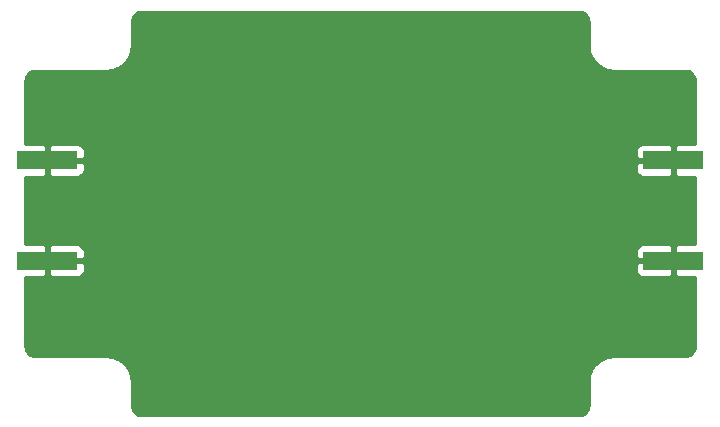
<source format=gbl>
G04 #@! TF.GenerationSoftware,KiCad,Pcbnew,(5.1.0)-1*
G04 #@! TF.CreationDate,2019-05-10T18:53:53+02:00*
G04 #@! TF.ProjectId,30mhzLP,33306d68-7a4c-4502-9e6b-696361645f70,rev?*
G04 #@! TF.SameCoordinates,Original*
G04 #@! TF.FileFunction,Copper,L2,Bot*
G04 #@! TF.FilePolarity,Positive*
%FSLAX46Y46*%
G04 Gerber Fmt 4.6, Leading zero omitted, Abs format (unit mm)*
G04 Created by KiCad (PCBNEW (5.1.0)-1) date 2019-05-10 18:53:53*
%MOMM*%
%LPD*%
G04 APERTURE LIST*
%ADD10R,5.080000X1.500000*%
%ADD11C,0.800000*%
%ADD12C,0.254000*%
G04 APERTURE END LIST*
D10*
X171500000Y-108250000D03*
X171500000Y-116750000D03*
X118500000Y-116750000D03*
X118500000Y-108250000D03*
D11*
X162000000Y-97000000D03*
X164000000Y-101000000D03*
X168000000Y-102000000D03*
X172000000Y-102000000D03*
X172000000Y-106000000D03*
X169000000Y-106000000D03*
X167000000Y-108000000D03*
X167000000Y-111000000D03*
X164000000Y-111000000D03*
X164000000Y-114000000D03*
X167000000Y-114000000D03*
X167000000Y-117000000D03*
X169000000Y-119000000D03*
X172000000Y-119000000D03*
X172000000Y-123000000D03*
X166000000Y-123000000D03*
X163000000Y-125000000D03*
X163000000Y-129000000D03*
X159000000Y-129000000D03*
X155000000Y-129000000D03*
X151000000Y-129000000D03*
X147000000Y-129000000D03*
X143000000Y-129000000D03*
X139000000Y-129000000D03*
X135000000Y-129000000D03*
X131000000Y-129000000D03*
X127000000Y-129000000D03*
X126000000Y-126000000D03*
X124000000Y-124000000D03*
X120000000Y-124000000D03*
X117000000Y-123000000D03*
X117000000Y-119000000D03*
X120000000Y-119000000D03*
X123000000Y-117000000D03*
X123000000Y-114000000D03*
X126000000Y-114000000D03*
X126000000Y-111000000D03*
X123000000Y-111000000D03*
X123000000Y-108000000D03*
X120000000Y-106000000D03*
X117000000Y-106000000D03*
X117000000Y-102000000D03*
X120000000Y-101000000D03*
X124000000Y-101000000D03*
X126000000Y-99000000D03*
X127000000Y-96000000D03*
X131000000Y-96000000D03*
X135000000Y-96000000D03*
X139000000Y-96000000D03*
X143000000Y-96000000D03*
X147000000Y-96000000D03*
X151000000Y-96000000D03*
X155000000Y-96000000D03*
X159000000Y-96000000D03*
X151000000Y-111000000D03*
X145000000Y-115500000D03*
X138000000Y-111000000D03*
X117000000Y-115000000D03*
X120000000Y-115000000D03*
X120000000Y-110000000D03*
X117000000Y-110000000D03*
X170000000Y-110000000D03*
X173000000Y-110000000D03*
X173000000Y-115000000D03*
X170000000Y-115000000D03*
D12*
G36*
X163662540Y-95679102D02*
G01*
X163818894Y-95726308D01*
X163963096Y-95802982D01*
X164089663Y-95906207D01*
X164193769Y-96032051D01*
X164271447Y-96175711D01*
X164319742Y-96331729D01*
X164340000Y-96524473D01*
X164340001Y-98532419D01*
X164342818Y-98561018D01*
X164342753Y-98570288D01*
X164343652Y-98579460D01*
X164374252Y-98870605D01*
X164386283Y-98929217D01*
X164397489Y-98987963D01*
X164400153Y-98996784D01*
X164486721Y-99276440D01*
X164509899Y-99331578D01*
X164532311Y-99387050D01*
X164536638Y-99395186D01*
X164675877Y-99652702D01*
X164709304Y-99702259D01*
X164742080Y-99752347D01*
X164747905Y-99759488D01*
X164934510Y-99985056D01*
X164976965Y-100027215D01*
X165018809Y-100069945D01*
X165025909Y-100075819D01*
X165252773Y-100260845D01*
X165302566Y-100293927D01*
X165351955Y-100327745D01*
X165360061Y-100332127D01*
X165618542Y-100469564D01*
X165673836Y-100492355D01*
X165728829Y-100515925D01*
X165737632Y-100518650D01*
X166017887Y-100603264D01*
X166076564Y-100614882D01*
X166135079Y-100627320D01*
X166144242Y-100628283D01*
X166144244Y-100628283D01*
X166435596Y-100656850D01*
X166435598Y-100656850D01*
X166467581Y-100660000D01*
X172467723Y-100660000D01*
X172662540Y-100679102D01*
X172818894Y-100726308D01*
X172963096Y-100802982D01*
X173089663Y-100906207D01*
X173193769Y-101032051D01*
X173271447Y-101175711D01*
X173319742Y-101331729D01*
X173340000Y-101524473D01*
X173340000Y-106862882D01*
X171785750Y-106865000D01*
X171627000Y-107023750D01*
X171627000Y-108123000D01*
X173340000Y-108123000D01*
X173340000Y-108377000D01*
X171627000Y-108377000D01*
X171627000Y-109476250D01*
X171785750Y-109635000D01*
X173340000Y-109637118D01*
X173340001Y-115362882D01*
X171785750Y-115365000D01*
X171627000Y-115523750D01*
X171627000Y-116623000D01*
X173340001Y-116623000D01*
X173340001Y-116877000D01*
X171627000Y-116877000D01*
X171627000Y-117976250D01*
X171785750Y-118135000D01*
X173340001Y-118137118D01*
X173340001Y-123967712D01*
X173320898Y-124162540D01*
X173273692Y-124318895D01*
X173197018Y-124463096D01*
X173093792Y-124589664D01*
X172967951Y-124693768D01*
X172824289Y-124771447D01*
X172668271Y-124819742D01*
X172475527Y-124840000D01*
X166467581Y-124840000D01*
X166438972Y-124842818D01*
X166429712Y-124842753D01*
X166420541Y-124843652D01*
X166129395Y-124874252D01*
X166070753Y-124886290D01*
X166012037Y-124897490D01*
X166003216Y-124900153D01*
X165723560Y-124986721D01*
X165668422Y-125009899D01*
X165612950Y-125032311D01*
X165604819Y-125036635D01*
X165604815Y-125036637D01*
X165604814Y-125036638D01*
X165347298Y-125175877D01*
X165297749Y-125209299D01*
X165247653Y-125242080D01*
X165240512Y-125247905D01*
X165014945Y-125434510D01*
X164972804Y-125476946D01*
X164930055Y-125518809D01*
X164924181Y-125525909D01*
X164739155Y-125752773D01*
X164706055Y-125802592D01*
X164672256Y-125851955D01*
X164667873Y-125860061D01*
X164530436Y-126118542D01*
X164507645Y-126173836D01*
X164484075Y-126228829D01*
X164481350Y-126237632D01*
X164396736Y-126517886D01*
X164385116Y-126576571D01*
X164372680Y-126635079D01*
X164371717Y-126644244D01*
X164343150Y-126935596D01*
X164343150Y-126935608D01*
X164340001Y-126967581D01*
X164340000Y-128967722D01*
X164320898Y-129162540D01*
X164273692Y-129318895D01*
X164197018Y-129463096D01*
X164093792Y-129589664D01*
X163967951Y-129693768D01*
X163824289Y-129771447D01*
X163668271Y-129819742D01*
X163475527Y-129840000D01*
X126532277Y-129840000D01*
X126337460Y-129820898D01*
X126181105Y-129773692D01*
X126036904Y-129697018D01*
X125910336Y-129593792D01*
X125806232Y-129467951D01*
X125728553Y-129324289D01*
X125680258Y-129168271D01*
X125660000Y-128975527D01*
X125660000Y-126967581D01*
X125657182Y-126938972D01*
X125657247Y-126929712D01*
X125656348Y-126920541D01*
X125625748Y-126629395D01*
X125613710Y-126570753D01*
X125602510Y-126512037D01*
X125599847Y-126503216D01*
X125513279Y-126223560D01*
X125490101Y-126168422D01*
X125467689Y-126112950D01*
X125463362Y-126104814D01*
X125324123Y-125847298D01*
X125290701Y-125797749D01*
X125257920Y-125747653D01*
X125252095Y-125740512D01*
X125065490Y-125514945D01*
X125023054Y-125472804D01*
X124981191Y-125430055D01*
X124974091Y-125424181D01*
X124747227Y-125239155D01*
X124697408Y-125206055D01*
X124648045Y-125172256D01*
X124639939Y-125167873D01*
X124381458Y-125030436D01*
X124326164Y-125007645D01*
X124271171Y-124984075D01*
X124262368Y-124981350D01*
X123982114Y-124896736D01*
X123923429Y-124885116D01*
X123864921Y-124872680D01*
X123855758Y-124871717D01*
X123855756Y-124871717D01*
X123564404Y-124843150D01*
X123564402Y-124843150D01*
X123532419Y-124840000D01*
X117532277Y-124840000D01*
X117337460Y-124820898D01*
X117181105Y-124773692D01*
X117036904Y-124697018D01*
X116910336Y-124593792D01*
X116806232Y-124467951D01*
X116728553Y-124324289D01*
X116680258Y-124168271D01*
X116660000Y-123975527D01*
X116660000Y-118137118D01*
X118214250Y-118135000D01*
X118373000Y-117976250D01*
X118373000Y-116877000D01*
X118627000Y-116877000D01*
X118627000Y-117976250D01*
X118785750Y-118135000D01*
X121040000Y-118138072D01*
X121164482Y-118125812D01*
X121284180Y-118089502D01*
X121394494Y-118030537D01*
X121491185Y-117951185D01*
X121570537Y-117854494D01*
X121629502Y-117744180D01*
X121665812Y-117624482D01*
X121678072Y-117500000D01*
X168321928Y-117500000D01*
X168334188Y-117624482D01*
X168370498Y-117744180D01*
X168429463Y-117854494D01*
X168508815Y-117951185D01*
X168605506Y-118030537D01*
X168715820Y-118089502D01*
X168835518Y-118125812D01*
X168960000Y-118138072D01*
X171214250Y-118135000D01*
X171373000Y-117976250D01*
X171373000Y-116877000D01*
X168483750Y-116877000D01*
X168325000Y-117035750D01*
X168321928Y-117500000D01*
X121678072Y-117500000D01*
X121675000Y-117035750D01*
X121516250Y-116877000D01*
X118627000Y-116877000D01*
X118373000Y-116877000D01*
X116660000Y-116877000D01*
X116660000Y-116623000D01*
X118373000Y-116623000D01*
X118373000Y-115523750D01*
X118627000Y-115523750D01*
X118627000Y-116623000D01*
X121516250Y-116623000D01*
X121675000Y-116464250D01*
X121678072Y-116000000D01*
X168321928Y-116000000D01*
X168325000Y-116464250D01*
X168483750Y-116623000D01*
X171373000Y-116623000D01*
X171373000Y-115523750D01*
X171214250Y-115365000D01*
X168960000Y-115361928D01*
X168835518Y-115374188D01*
X168715820Y-115410498D01*
X168605506Y-115469463D01*
X168508815Y-115548815D01*
X168429463Y-115645506D01*
X168370498Y-115755820D01*
X168334188Y-115875518D01*
X168321928Y-116000000D01*
X121678072Y-116000000D01*
X121665812Y-115875518D01*
X121629502Y-115755820D01*
X121570537Y-115645506D01*
X121491185Y-115548815D01*
X121394494Y-115469463D01*
X121284180Y-115410498D01*
X121164482Y-115374188D01*
X121040000Y-115361928D01*
X118785750Y-115365000D01*
X118627000Y-115523750D01*
X118373000Y-115523750D01*
X118214250Y-115365000D01*
X116660000Y-115362882D01*
X116660000Y-109637118D01*
X118214250Y-109635000D01*
X118373000Y-109476250D01*
X118373000Y-108377000D01*
X118627000Y-108377000D01*
X118627000Y-109476250D01*
X118785750Y-109635000D01*
X121040000Y-109638072D01*
X121164482Y-109625812D01*
X121284180Y-109589502D01*
X121394494Y-109530537D01*
X121491185Y-109451185D01*
X121570537Y-109354494D01*
X121629502Y-109244180D01*
X121665812Y-109124482D01*
X121678072Y-109000000D01*
X168321928Y-109000000D01*
X168334188Y-109124482D01*
X168370498Y-109244180D01*
X168429463Y-109354494D01*
X168508815Y-109451185D01*
X168605506Y-109530537D01*
X168715820Y-109589502D01*
X168835518Y-109625812D01*
X168960000Y-109638072D01*
X171214250Y-109635000D01*
X171373000Y-109476250D01*
X171373000Y-108377000D01*
X168483750Y-108377000D01*
X168325000Y-108535750D01*
X168321928Y-109000000D01*
X121678072Y-109000000D01*
X121675000Y-108535750D01*
X121516250Y-108377000D01*
X118627000Y-108377000D01*
X118373000Y-108377000D01*
X116660000Y-108377000D01*
X116660000Y-108123000D01*
X118373000Y-108123000D01*
X118373000Y-107023750D01*
X118627000Y-107023750D01*
X118627000Y-108123000D01*
X121516250Y-108123000D01*
X121675000Y-107964250D01*
X121678072Y-107500000D01*
X168321928Y-107500000D01*
X168325000Y-107964250D01*
X168483750Y-108123000D01*
X171373000Y-108123000D01*
X171373000Y-107023750D01*
X171214250Y-106865000D01*
X168960000Y-106861928D01*
X168835518Y-106874188D01*
X168715820Y-106910498D01*
X168605506Y-106969463D01*
X168508815Y-107048815D01*
X168429463Y-107145506D01*
X168370498Y-107255820D01*
X168334188Y-107375518D01*
X168321928Y-107500000D01*
X121678072Y-107500000D01*
X121665812Y-107375518D01*
X121629502Y-107255820D01*
X121570537Y-107145506D01*
X121491185Y-107048815D01*
X121394494Y-106969463D01*
X121284180Y-106910498D01*
X121164482Y-106874188D01*
X121040000Y-106861928D01*
X118785750Y-106865000D01*
X118627000Y-107023750D01*
X118373000Y-107023750D01*
X118214250Y-106865000D01*
X116660000Y-106862882D01*
X116660000Y-101532277D01*
X116679102Y-101337460D01*
X116726308Y-101181106D01*
X116802982Y-101036904D01*
X116906207Y-100910337D01*
X117032051Y-100806231D01*
X117175711Y-100728553D01*
X117331729Y-100680258D01*
X117524473Y-100660000D01*
X123532419Y-100660000D01*
X123561028Y-100657182D01*
X123570288Y-100657247D01*
X123579460Y-100656348D01*
X123870605Y-100625748D01*
X123929217Y-100613717D01*
X123987963Y-100602511D01*
X123996784Y-100599847D01*
X124276440Y-100513279D01*
X124331578Y-100490101D01*
X124387050Y-100467689D01*
X124395181Y-100463365D01*
X124395185Y-100463363D01*
X124395188Y-100463361D01*
X124652702Y-100324123D01*
X124702259Y-100290696D01*
X124752347Y-100257920D01*
X124759488Y-100252095D01*
X124985056Y-100065490D01*
X125027215Y-100023035D01*
X125069945Y-99981191D01*
X125075819Y-99974091D01*
X125260845Y-99747227D01*
X125293927Y-99697434D01*
X125327745Y-99648045D01*
X125332127Y-99639939D01*
X125469564Y-99381458D01*
X125492355Y-99326164D01*
X125515925Y-99271171D01*
X125518650Y-99262368D01*
X125603264Y-98982113D01*
X125614882Y-98923436D01*
X125627320Y-98864921D01*
X125628283Y-98855756D01*
X125656850Y-98564404D01*
X125656850Y-98564402D01*
X125660000Y-98532419D01*
X125660000Y-96532277D01*
X125679102Y-96337460D01*
X125726308Y-96181106D01*
X125802982Y-96036904D01*
X125906207Y-95910337D01*
X126032051Y-95806231D01*
X126175711Y-95728553D01*
X126331729Y-95680258D01*
X126524473Y-95660000D01*
X163467723Y-95660000D01*
X163662540Y-95679102D01*
X163662540Y-95679102D01*
G37*
X163662540Y-95679102D02*
X163818894Y-95726308D01*
X163963096Y-95802982D01*
X164089663Y-95906207D01*
X164193769Y-96032051D01*
X164271447Y-96175711D01*
X164319742Y-96331729D01*
X164340000Y-96524473D01*
X164340001Y-98532419D01*
X164342818Y-98561018D01*
X164342753Y-98570288D01*
X164343652Y-98579460D01*
X164374252Y-98870605D01*
X164386283Y-98929217D01*
X164397489Y-98987963D01*
X164400153Y-98996784D01*
X164486721Y-99276440D01*
X164509899Y-99331578D01*
X164532311Y-99387050D01*
X164536638Y-99395186D01*
X164675877Y-99652702D01*
X164709304Y-99702259D01*
X164742080Y-99752347D01*
X164747905Y-99759488D01*
X164934510Y-99985056D01*
X164976965Y-100027215D01*
X165018809Y-100069945D01*
X165025909Y-100075819D01*
X165252773Y-100260845D01*
X165302566Y-100293927D01*
X165351955Y-100327745D01*
X165360061Y-100332127D01*
X165618542Y-100469564D01*
X165673836Y-100492355D01*
X165728829Y-100515925D01*
X165737632Y-100518650D01*
X166017887Y-100603264D01*
X166076564Y-100614882D01*
X166135079Y-100627320D01*
X166144242Y-100628283D01*
X166144244Y-100628283D01*
X166435596Y-100656850D01*
X166435598Y-100656850D01*
X166467581Y-100660000D01*
X172467723Y-100660000D01*
X172662540Y-100679102D01*
X172818894Y-100726308D01*
X172963096Y-100802982D01*
X173089663Y-100906207D01*
X173193769Y-101032051D01*
X173271447Y-101175711D01*
X173319742Y-101331729D01*
X173340000Y-101524473D01*
X173340000Y-106862882D01*
X171785750Y-106865000D01*
X171627000Y-107023750D01*
X171627000Y-108123000D01*
X173340000Y-108123000D01*
X173340000Y-108377000D01*
X171627000Y-108377000D01*
X171627000Y-109476250D01*
X171785750Y-109635000D01*
X173340000Y-109637118D01*
X173340001Y-115362882D01*
X171785750Y-115365000D01*
X171627000Y-115523750D01*
X171627000Y-116623000D01*
X173340001Y-116623000D01*
X173340001Y-116877000D01*
X171627000Y-116877000D01*
X171627000Y-117976250D01*
X171785750Y-118135000D01*
X173340001Y-118137118D01*
X173340001Y-123967712D01*
X173320898Y-124162540D01*
X173273692Y-124318895D01*
X173197018Y-124463096D01*
X173093792Y-124589664D01*
X172967951Y-124693768D01*
X172824289Y-124771447D01*
X172668271Y-124819742D01*
X172475527Y-124840000D01*
X166467581Y-124840000D01*
X166438972Y-124842818D01*
X166429712Y-124842753D01*
X166420541Y-124843652D01*
X166129395Y-124874252D01*
X166070753Y-124886290D01*
X166012037Y-124897490D01*
X166003216Y-124900153D01*
X165723560Y-124986721D01*
X165668422Y-125009899D01*
X165612950Y-125032311D01*
X165604819Y-125036635D01*
X165604815Y-125036637D01*
X165604814Y-125036638D01*
X165347298Y-125175877D01*
X165297749Y-125209299D01*
X165247653Y-125242080D01*
X165240512Y-125247905D01*
X165014945Y-125434510D01*
X164972804Y-125476946D01*
X164930055Y-125518809D01*
X164924181Y-125525909D01*
X164739155Y-125752773D01*
X164706055Y-125802592D01*
X164672256Y-125851955D01*
X164667873Y-125860061D01*
X164530436Y-126118542D01*
X164507645Y-126173836D01*
X164484075Y-126228829D01*
X164481350Y-126237632D01*
X164396736Y-126517886D01*
X164385116Y-126576571D01*
X164372680Y-126635079D01*
X164371717Y-126644244D01*
X164343150Y-126935596D01*
X164343150Y-126935608D01*
X164340001Y-126967581D01*
X164340000Y-128967722D01*
X164320898Y-129162540D01*
X164273692Y-129318895D01*
X164197018Y-129463096D01*
X164093792Y-129589664D01*
X163967951Y-129693768D01*
X163824289Y-129771447D01*
X163668271Y-129819742D01*
X163475527Y-129840000D01*
X126532277Y-129840000D01*
X126337460Y-129820898D01*
X126181105Y-129773692D01*
X126036904Y-129697018D01*
X125910336Y-129593792D01*
X125806232Y-129467951D01*
X125728553Y-129324289D01*
X125680258Y-129168271D01*
X125660000Y-128975527D01*
X125660000Y-126967581D01*
X125657182Y-126938972D01*
X125657247Y-126929712D01*
X125656348Y-126920541D01*
X125625748Y-126629395D01*
X125613710Y-126570753D01*
X125602510Y-126512037D01*
X125599847Y-126503216D01*
X125513279Y-126223560D01*
X125490101Y-126168422D01*
X125467689Y-126112950D01*
X125463362Y-126104814D01*
X125324123Y-125847298D01*
X125290701Y-125797749D01*
X125257920Y-125747653D01*
X125252095Y-125740512D01*
X125065490Y-125514945D01*
X125023054Y-125472804D01*
X124981191Y-125430055D01*
X124974091Y-125424181D01*
X124747227Y-125239155D01*
X124697408Y-125206055D01*
X124648045Y-125172256D01*
X124639939Y-125167873D01*
X124381458Y-125030436D01*
X124326164Y-125007645D01*
X124271171Y-124984075D01*
X124262368Y-124981350D01*
X123982114Y-124896736D01*
X123923429Y-124885116D01*
X123864921Y-124872680D01*
X123855758Y-124871717D01*
X123855756Y-124871717D01*
X123564404Y-124843150D01*
X123564402Y-124843150D01*
X123532419Y-124840000D01*
X117532277Y-124840000D01*
X117337460Y-124820898D01*
X117181105Y-124773692D01*
X117036904Y-124697018D01*
X116910336Y-124593792D01*
X116806232Y-124467951D01*
X116728553Y-124324289D01*
X116680258Y-124168271D01*
X116660000Y-123975527D01*
X116660000Y-118137118D01*
X118214250Y-118135000D01*
X118373000Y-117976250D01*
X118373000Y-116877000D01*
X118627000Y-116877000D01*
X118627000Y-117976250D01*
X118785750Y-118135000D01*
X121040000Y-118138072D01*
X121164482Y-118125812D01*
X121284180Y-118089502D01*
X121394494Y-118030537D01*
X121491185Y-117951185D01*
X121570537Y-117854494D01*
X121629502Y-117744180D01*
X121665812Y-117624482D01*
X121678072Y-117500000D01*
X168321928Y-117500000D01*
X168334188Y-117624482D01*
X168370498Y-117744180D01*
X168429463Y-117854494D01*
X168508815Y-117951185D01*
X168605506Y-118030537D01*
X168715820Y-118089502D01*
X168835518Y-118125812D01*
X168960000Y-118138072D01*
X171214250Y-118135000D01*
X171373000Y-117976250D01*
X171373000Y-116877000D01*
X168483750Y-116877000D01*
X168325000Y-117035750D01*
X168321928Y-117500000D01*
X121678072Y-117500000D01*
X121675000Y-117035750D01*
X121516250Y-116877000D01*
X118627000Y-116877000D01*
X118373000Y-116877000D01*
X116660000Y-116877000D01*
X116660000Y-116623000D01*
X118373000Y-116623000D01*
X118373000Y-115523750D01*
X118627000Y-115523750D01*
X118627000Y-116623000D01*
X121516250Y-116623000D01*
X121675000Y-116464250D01*
X121678072Y-116000000D01*
X168321928Y-116000000D01*
X168325000Y-116464250D01*
X168483750Y-116623000D01*
X171373000Y-116623000D01*
X171373000Y-115523750D01*
X171214250Y-115365000D01*
X168960000Y-115361928D01*
X168835518Y-115374188D01*
X168715820Y-115410498D01*
X168605506Y-115469463D01*
X168508815Y-115548815D01*
X168429463Y-115645506D01*
X168370498Y-115755820D01*
X168334188Y-115875518D01*
X168321928Y-116000000D01*
X121678072Y-116000000D01*
X121665812Y-115875518D01*
X121629502Y-115755820D01*
X121570537Y-115645506D01*
X121491185Y-115548815D01*
X121394494Y-115469463D01*
X121284180Y-115410498D01*
X121164482Y-115374188D01*
X121040000Y-115361928D01*
X118785750Y-115365000D01*
X118627000Y-115523750D01*
X118373000Y-115523750D01*
X118214250Y-115365000D01*
X116660000Y-115362882D01*
X116660000Y-109637118D01*
X118214250Y-109635000D01*
X118373000Y-109476250D01*
X118373000Y-108377000D01*
X118627000Y-108377000D01*
X118627000Y-109476250D01*
X118785750Y-109635000D01*
X121040000Y-109638072D01*
X121164482Y-109625812D01*
X121284180Y-109589502D01*
X121394494Y-109530537D01*
X121491185Y-109451185D01*
X121570537Y-109354494D01*
X121629502Y-109244180D01*
X121665812Y-109124482D01*
X121678072Y-109000000D01*
X168321928Y-109000000D01*
X168334188Y-109124482D01*
X168370498Y-109244180D01*
X168429463Y-109354494D01*
X168508815Y-109451185D01*
X168605506Y-109530537D01*
X168715820Y-109589502D01*
X168835518Y-109625812D01*
X168960000Y-109638072D01*
X171214250Y-109635000D01*
X171373000Y-109476250D01*
X171373000Y-108377000D01*
X168483750Y-108377000D01*
X168325000Y-108535750D01*
X168321928Y-109000000D01*
X121678072Y-109000000D01*
X121675000Y-108535750D01*
X121516250Y-108377000D01*
X118627000Y-108377000D01*
X118373000Y-108377000D01*
X116660000Y-108377000D01*
X116660000Y-108123000D01*
X118373000Y-108123000D01*
X118373000Y-107023750D01*
X118627000Y-107023750D01*
X118627000Y-108123000D01*
X121516250Y-108123000D01*
X121675000Y-107964250D01*
X121678072Y-107500000D01*
X168321928Y-107500000D01*
X168325000Y-107964250D01*
X168483750Y-108123000D01*
X171373000Y-108123000D01*
X171373000Y-107023750D01*
X171214250Y-106865000D01*
X168960000Y-106861928D01*
X168835518Y-106874188D01*
X168715820Y-106910498D01*
X168605506Y-106969463D01*
X168508815Y-107048815D01*
X168429463Y-107145506D01*
X168370498Y-107255820D01*
X168334188Y-107375518D01*
X168321928Y-107500000D01*
X121678072Y-107500000D01*
X121665812Y-107375518D01*
X121629502Y-107255820D01*
X121570537Y-107145506D01*
X121491185Y-107048815D01*
X121394494Y-106969463D01*
X121284180Y-106910498D01*
X121164482Y-106874188D01*
X121040000Y-106861928D01*
X118785750Y-106865000D01*
X118627000Y-107023750D01*
X118373000Y-107023750D01*
X118214250Y-106865000D01*
X116660000Y-106862882D01*
X116660000Y-101532277D01*
X116679102Y-101337460D01*
X116726308Y-101181106D01*
X116802982Y-101036904D01*
X116906207Y-100910337D01*
X117032051Y-100806231D01*
X117175711Y-100728553D01*
X117331729Y-100680258D01*
X117524473Y-100660000D01*
X123532419Y-100660000D01*
X123561028Y-100657182D01*
X123570288Y-100657247D01*
X123579460Y-100656348D01*
X123870605Y-100625748D01*
X123929217Y-100613717D01*
X123987963Y-100602511D01*
X123996784Y-100599847D01*
X124276440Y-100513279D01*
X124331578Y-100490101D01*
X124387050Y-100467689D01*
X124395181Y-100463365D01*
X124395185Y-100463363D01*
X124395188Y-100463361D01*
X124652702Y-100324123D01*
X124702259Y-100290696D01*
X124752347Y-100257920D01*
X124759488Y-100252095D01*
X124985056Y-100065490D01*
X125027215Y-100023035D01*
X125069945Y-99981191D01*
X125075819Y-99974091D01*
X125260845Y-99747227D01*
X125293927Y-99697434D01*
X125327745Y-99648045D01*
X125332127Y-99639939D01*
X125469564Y-99381458D01*
X125492355Y-99326164D01*
X125515925Y-99271171D01*
X125518650Y-99262368D01*
X125603264Y-98982113D01*
X125614882Y-98923436D01*
X125627320Y-98864921D01*
X125628283Y-98855756D01*
X125656850Y-98564404D01*
X125656850Y-98564402D01*
X125660000Y-98532419D01*
X125660000Y-96532277D01*
X125679102Y-96337460D01*
X125726308Y-96181106D01*
X125802982Y-96036904D01*
X125906207Y-95910337D01*
X126032051Y-95806231D01*
X126175711Y-95728553D01*
X126331729Y-95680258D01*
X126524473Y-95660000D01*
X163467723Y-95660000D01*
X163662540Y-95679102D01*
M02*

</source>
